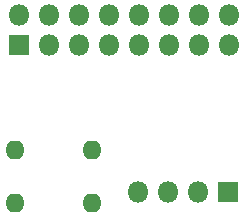
<source format=gbs>
%TF.GenerationSoftware,KiCad,Pcbnew,(5.1.6-0-10_14)*%
%TF.CreationDate,2020-11-28T15:25:20+01:00*%
%TF.ProjectId,Raspberry_Pi_Hat,52617370-6265-4727-9279-5f50695f4861,v1.0*%
%TF.SameCoordinates,Original*%
%TF.FileFunction,Soldermask,Bot*%
%TF.FilePolarity,Negative*%
%FSLAX46Y46*%
G04 Gerber Fmt 4.6, Leading zero omitted, Abs format (unit mm)*
G04 Created by KiCad (PCBNEW (5.1.6-0-10_14)) date 2020-11-28 15:25:20*
%MOMM*%
%LPD*%
G01*
G04 APERTURE LIST*
%ADD10O,1.624000X1.624000*%
%ADD11R,1.800000X1.800000*%
%ADD12O,1.800000X1.800000*%
G04 APERTURE END LIST*
D10*
%TO.C,SW1*%
X119329200Y-119862600D03*
X112826800Y-119862600D03*
X119329200Y-115341400D03*
X112826800Y-115341400D03*
%TD*%
D11*
%TO.C,U1*%
X130810000Y-118872000D03*
D12*
X128270000Y-118872000D03*
X125730000Y-118872000D03*
X123190000Y-118872000D03*
%TD*%
D11*
%TO.C,J1*%
X113160000Y-106510000D03*
D12*
X113160000Y-103970000D03*
X115700000Y-106510000D03*
X115700000Y-103970000D03*
X118240000Y-106510000D03*
X118240000Y-103970000D03*
X120780000Y-106510000D03*
X120780000Y-103970000D03*
X123320000Y-106510000D03*
X123320000Y-103970000D03*
X125860000Y-106510000D03*
X125860000Y-103970000D03*
X128400000Y-106510000D03*
X128400000Y-103970000D03*
X130940000Y-106510000D03*
X130940000Y-103970000D03*
%TD*%
M02*

</source>
